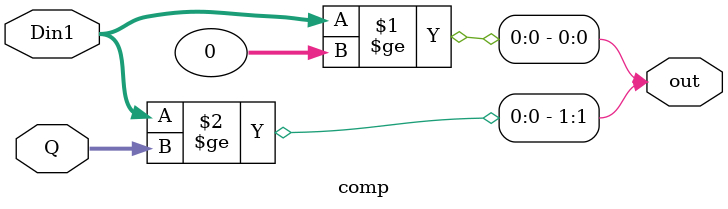
<source format=v>

module comp(
    input signed [4:0] Din1,
    input signed [4:0] Q,
    output signed[1:0] out
);
    // reg [1:0] out_reg;
    // always @ (*) begin
    //     // ex 7 mod 5 = 2
    //     if (Din1 >= Q ) begin
    //         out_reg = 2'b11;
    //     end
    //     // Q > Din1 > 0 ex 3 mod 5 = 3
    //     else if (Din1 >= 0) begin
    //         out_reg = 2'b01;
    //     end
    //     // < 0 ex -3 mod 5 = 2
    //     else begin
    //         out_reg = 2'b00;
    //     end
    // end
    // assign out = out_reg;
    assign out = { (Din1 >= Q), (Din1 >= 0)};
    // assign out = (Din1 >= Q) ? 2'b11 : (Din1 >= 0) ? 2'b01 : 2'b00;
endmodule
</source>
